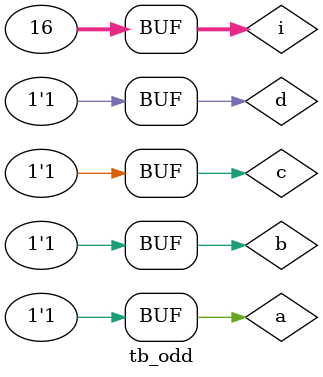
<source format=v>
module tb_odd;
reg a,b,c,d;
wire out;
odd_parity uut(
.a(a),
.b(b),
.c(c),
.d(d),
.out(out));
integer i;
initial begin
$dumpfile("odd.vcd");
$dumpvars(0,tb_odd);
$monitor("Time=%0t|a=%b|b=%b|c=%b|d=%d|out=%b",$time,a,b,c,d,out);
for(i=0;i<16;i=i+1)
begin
{a,b,c,d}=i;
#10;
end
end
endmodule

</source>
